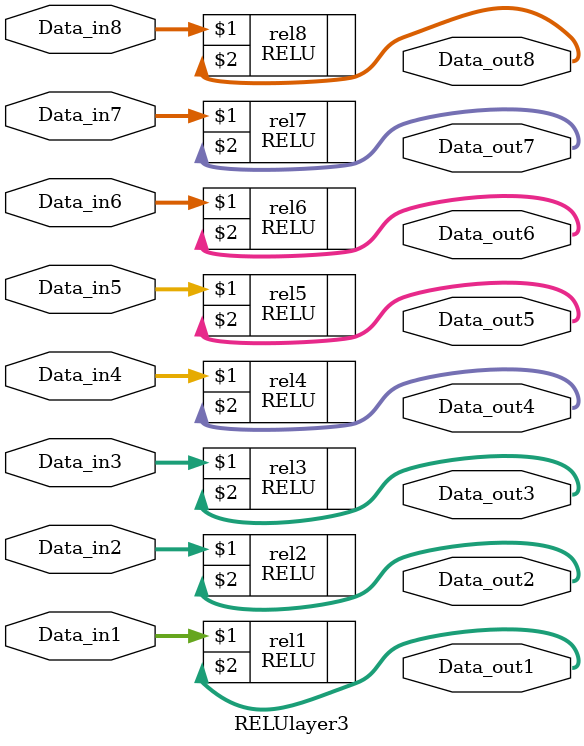
<source format=sv>
module RELUlayer3#(parameter WIDTH = 8
			  )
			 (
			  input signed [WIDTH-1:0] Data_in1,Data_in2,Data_in3,Data_in4,Data_in5,Data_in6,Data_in7,Data_in8,
			  output [WIDTH-1:0] Data_out1,Data_out2,Data_out3,Data_out4,Data_out5,Data_out6,Data_out7,Data_out8
			 );



RELU rel1(Data_in1,Data_out1);
RELU rel2(Data_in2,Data_out2);
RELU rel3(Data_in3,Data_out3);
RELU rel4(Data_in4,Data_out4);
RELU rel5(Data_in5,Data_out5);
RELU rel6(Data_in6,Data_out6);
RELU rel7(Data_in7,Data_out7);
RELU rel8(Data_in8,Data_out8);

endmodule
</source>
